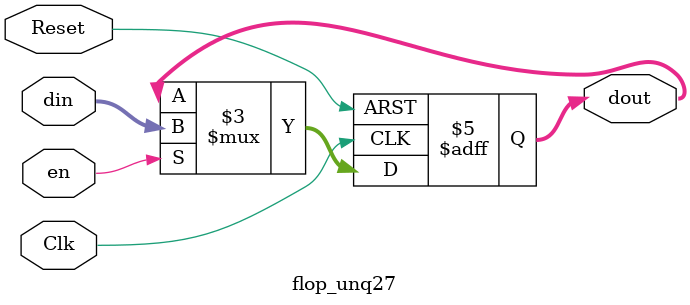
<source format=sv>

/* *****************************************************************************
 * File: flop.vp
 * 
 * Description:
 * Genesis2 flip-flop generator.
 * 
 * Required Genesis2 Controlable Parameters:
 * * Type		- Constant, Flop, RFlop, EFlop, or REFlop
 * * Width		- integer value specifying register width
 * * Default		- default value for the flop 
 *			 (only applies when flop_type=constant|rflop|reflop)
 * * SyncMode		- Sync or ASync flop * Change bar:
 * 
 * 
 * -----------
 * Date          Author   Description
 * Mar 30, 2010  shacham  init version  --  
 * May 20, 2014  jingpu   Add Async mode, change to active low reset
 * 
 * ****************************************************************************/


/*******************************************************************************
 * REQUIRED PARAMETERIZATION
 ******************************************************************************/
// Type (_GENESIS2_INHERITANCE_PRIORITY_) = REFlop
//
// Default (_GENESIS2_INHERITANCE_PRIORITY_) = 17
//
// Width (_GENESIS2_INHERITANCE_PRIORITY_) = 5
//
// SyncMode (_GENESIS2_DECLARATION_PRIORITY_) = ASync
//

module flop_unq27(
	       //inputs
	       input wire logic 		   Clk,
	       input wire logic [4:0]  din,
	       input wire logic 		   Reset,
	       input wire logic 		   en,

	       //outputs
	       output logic [4:0] dout
	       );


   /* synopsys dc_tcl_script_begin
    set_dont_retime [current_design] true
    set_optimize_registers false -design [current_design]
    */
   


   
   always_ff @(posedge Clk or negedge Reset) begin
      if (!Reset) 
	dout <= 5'h11;
      else if (en)
	dout <= din;
   end

endmodule : flop_unq27

</source>
